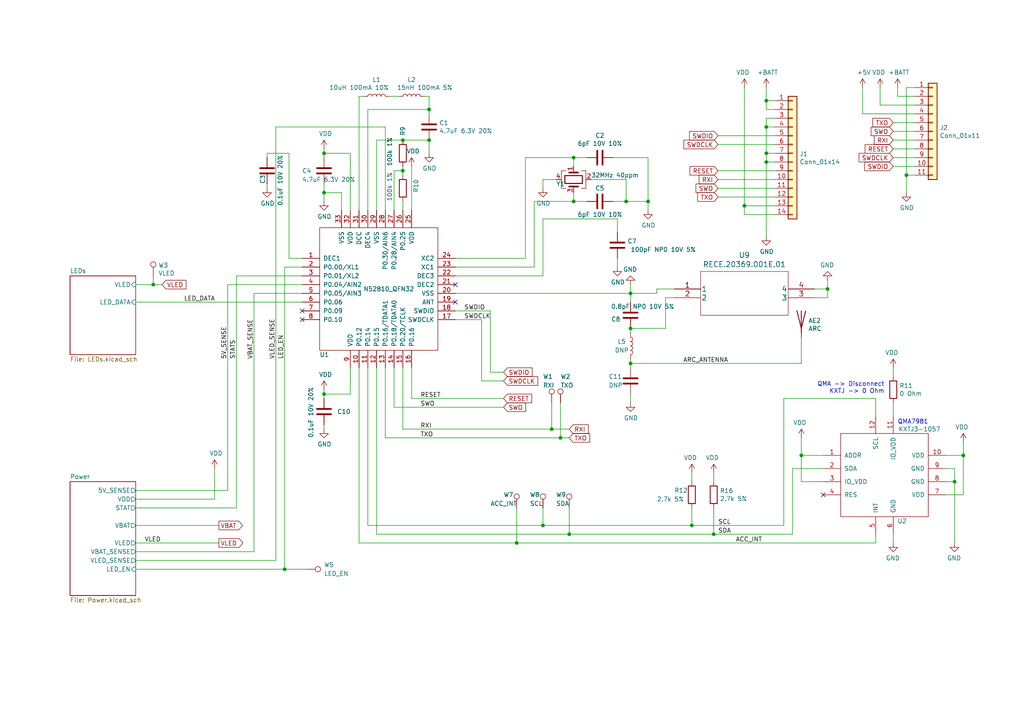
<source format=kicad_sch>
(kicad_sch (version 20211123) (generator eeschema)
  (paper "A4")
  (title_block (title "Pixels D20 Schematic, Main") (date "2021-06-23") (rev "2") (company "Systemic Games, LLC"))
  (lib_symbols
    (symbol "Connector_Generic:Conn_01x11" (pin_names (offset 1.016) hide)
      (property "Reference" "J" (at 0 15.24 0))
      (property "Value" "Conn_01x11" (at 0 -15.24 0))
      (symbol "Conn_01x11_1_1"
        (rectangle (start -1.27 -12.573) (end 0 -12.827) (stroke (width 0.1524)))
        (rectangle (start -1.27 -10.033) (end 0 -10.287) (stroke (width 0.1524)))
        (rectangle (start -1.27 -7.493) (end 0 -7.747) (stroke (width 0.1524)))
        (rectangle (start -1.27 -4.953) (end 0 -5.207) (stroke (width 0.1524)))
        (rectangle (start -1.27 -2.413) (end 0 -2.667) (stroke (width 0.1524)))
        (rectangle (start -1.27 0.127) (end 0 -0.127) (stroke (width 0.1524)))
        (rectangle (start -1.27 2.667) (end 0 2.413) (stroke (width 0.1524)))
        (rectangle (start -1.27 5.207) (end 0 4.953) (stroke (width 0.1524)))
        (rectangle (start -1.27 7.747) (end 0 7.493) (stroke (width 0.1524)))
        (rectangle (start -1.27 10.287) (end 0 10.033) (stroke (width 0.1524)))
        (rectangle (start -1.27 12.827) (end 0 12.573) (stroke (width 0.1524)))
        (rectangle (start -1.27 13.97) (end 1.27 -13.97) (stroke (width 0.254)) (fill (type background)))
        (pin passive line (at -5.08 12.7 0) (length 3.81) (name "Pin_1") (number "1"))
        (pin passive line (at -5.08 -10.16 0) (length 3.81) (name "Pin_10") (number "10"))
        (pin passive line (at -5.08 -12.7 0) (length 3.81) (name "Pin_11") (number "11"))
        (pin passive line (at -5.08 10.16 0) (length 3.81) (name "Pin_2") (number "2"))
        (pin passive line (at -5.08 7.62 0) (length 3.81) (name "Pin_3") (number "3"))
        (pin passive line (at -5.08 5.08 0) (length 3.81) (name "Pin_4") (number "4"))
        (pin passive line (at -5.08 2.54 0) (length 3.81) (name "Pin_5") (number "5"))
        (pin passive line (at -5.08 0 0) (length 3.81) (name "Pin_6") (number "6"))
        (pin passive line (at -5.08 -2.54 0) (length 3.81) (name "Pin_7") (number "7"))
        (pin passive line (at -5.08 -5.08 0) (length 3.81) (name "Pin_8") (number "8"))
        (pin passive line (at -5.08 -7.62 0) (length 3.81) (name "Pin_9") (number "9"))
      )
    )
    (symbol "Connector_Generic:Conn_01x14" (pin_names (offset 1.016) hide)
      (property "Reference" "J" (at 0 17.78 0))
      (property "Value" "Conn_01x14" (at 0 -20.32 0))
      (symbol "Conn_01x14_1_1"
        (rectangle (start -1.27 -17.653) (end 0 -17.907) (stroke (width 0.1524)))
        (rectangle (start -1.27 -15.113) (end 0 -15.367) (stroke (width 0.1524)))
        (rectangle (start -1.27 -12.573) (end 0 -12.827) (stroke (width 0.1524)))
        (rectangle (start -1.27 -10.033) (end 0 -10.287) (stroke (width 0.1524)))
        (rectangle (start -1.27 -7.493) (end 0 -7.747) (stroke (width 0.1524)))
        (rectangle (start -1.27 -4.953) (end 0 -5.207) (stroke (width 0.1524)))
        (rectangle (start -1.27 -2.413) (end 0 -2.667) (stroke (width 0.1524)))
        (rectangle (start -1.27 0.127) (end 0 -0.127) (stroke (width 0.1524)))
        (rectangle (start -1.27 2.667) (end 0 2.413) (stroke (width 0.1524)))
        (rectangle (start -1.27 5.207) (end 0 4.953) (stroke (width 0.1524)))
        (rectangle (start -1.27 7.747) (end 0 7.493) (stroke (width 0.1524)))
        (rectangle (start -1.27 10.287) (end 0 10.033) (stroke (width 0.1524)))
        (rectangle (start -1.27 12.827) (end 0 12.573) (stroke (width 0.1524)))
        (rectangle (start -1.27 15.367) (end 0 15.113) (stroke (width 0.1524)))
        (rectangle (start -1.27 16.51) (end 1.27 -19.05) (stroke (width 0.254)) (fill (type background)))
        (pin passive line (at -5.08 15.24 0) (length 3.81) (name "Pin_1") (number "1"))
        (pin passive line (at -5.08 -7.62 0) (length 3.81) (name "Pin_10") (number "10"))
        (pin passive line (at -5.08 -10.16 0) (length 3.81) (name "Pin_11") (number "11"))
        (pin passive line (at -5.08 -12.7 0) (length 3.81) (name "Pin_12") (number "12"))
        (pin passive line (at -5.08 -15.24 0) (length 3.81) (name "Pin_13") (number "13"))
        (pin passive line (at -5.08 -17.78 0) (length 3.81) (name "Pin_14") (number "14"))
        (pin passive line (at -5.08 12.7 0) (length 3.81) (name "Pin_2") (number "2"))
        (pin passive line (at -5.08 10.16 0) (length 3.81) (name "Pin_3") (number "3"))
        (pin passive line (at -5.08 7.62 0) (length 3.81) (name "Pin_4") (number "4"))
        (pin passive line (at -5.08 5.08 0) (length 3.81) (name "Pin_5") (number "5"))
        (pin passive line (at -5.08 2.54 0) (length 3.81) (name "Pin_6") (number "6"))
        (pin passive line (at -5.08 0 0) (length 3.81) (name "Pin_7") (number "7"))
        (pin passive line (at -5.08 -2.54 0) (length 3.81) (name "Pin_8") (number "8"))
        (pin passive line (at -5.08 -5.08 0) (length 3.81) (name "Pin_9") (number "9"))
      )
    )
    (symbol "Device:Antenna" (pin_numbers hide) (pin_names (offset 1.016) hide)
      (property "Reference" "AE" (at -1.905 1.905 0))
      (property "Value" "Antenna" (at -1.905 0 0))
      (symbol "Antenna_0_1"
        (polyline (pts (xy 0 2.54) (xy 0 -3.81)) (stroke (width 0.254)))
        (polyline (pts (xy 1.27 2.54) (xy 0 -2.54) (xy -1.27 2.54)) (stroke (width 0.254)))
      )
      (symbol "Antenna_1_1"
        (pin input line (at 0 -5.08 90) (length 2.54) (name "A") (number "1"))
      )
    )
    (symbol "Device:C" (pin_numbers hide) (pin_names (offset 0.254))
      (property "Reference" "C" (at 0.635 2.54 0))
      (property "Value" "C" (at 0.635 -2.54 0))
      (symbol "C_0_1"
        (polyline (pts (xy -2.032 -0.762) (xy 2.032 -0.762)) (stroke (width 0.508)))
        (polyline (pts (xy -2.032 0.762) (xy 2.032 0.762)) (stroke (width 0.508)))
      )
      (symbol "C_1_1"
        (pin passive line (at 0 3.81 270) (length 2.794) (name "~") (number "1"))
        (pin passive line (at 0 -3.81 90) (length 2.794) (name "~") (number "2"))
      )
    )
    (symbol "Device:Crystal_GND24" (pin_names (offset 1.016) hide)
      (property "Reference" "Y" (at 3.175 5.08 0))
      (property "Value" "Crystal_GND24" (at 3.175 3.175 0))
      (symbol "Crystal_GND24_0_1"
        (rectangle (start -1.143 2.54) (end 1.143 -2.54) (stroke (width 0.3048)))
        (polyline (pts (xy -2.54 0) (xy -2.032 0)))
        (polyline (pts (xy -2.032 -1.27) (xy -2.032 1.27)) (stroke (width 0.508)))
        (polyline (pts (xy 0 -3.81) (xy 0 -3.556)))
        (polyline (pts (xy 0 3.556) (xy 0 3.81)))
        (polyline (pts (xy 2.032 -1.27) (xy 2.032 1.27)) (stroke (width 0.508)))
        (polyline (pts (xy 2.032 0) (xy 2.54 0)))
        (polyline (pts (xy -2.54 -2.286) (xy -2.54 -3.556) (xy 2.54 -3.556) (xy 2.54 -2.286)))
        (polyline (pts (xy -2.54 2.286) (xy -2.54 3.556) (xy 2.54 3.556) (xy 2.54 2.286)))
      )
      (symbol "Crystal_GND24_1_1"
        (pin passive line (at -3.81 0 0) (length 1.27) (name "1") (number "1"))
        (pin passive line (at 0 5.08 270) (length 1.27) (name "2") (number "2"))
        (pin passive line (at 3.81 0 180) (length 1.27) (name "3") (number "3"))
        (pin passive line (at 0 -5.08 90) (length 1.27) (name "4") (number "4"))
      )
    )
    (symbol "Device:L" (pin_numbers hide) (pin_names (offset 1.016) hide)
      (property "Reference" "L" (at -1.27 0 90))
      (property "Value" "L" (at 1.905 0 90))
      (symbol "L_0_1"
        (arc (start 0 -2.54) (mid 0.635 -1.905) (end 0 -1.27))
        (arc (start 0 -1.27) (mid 0.635 -0.635) (end 0 0))
        (arc (start 0 0) (mid 0.635 0.635) (end 0 1.27))
        (arc (start 0 1.27) (mid 0.635 1.905) (end 0 2.54))
      )
      (symbol "L_1_1"
        (pin passive line (at 0 3.81 270) (length 1.27) (name "1") (number "1"))
        (pin passive line (at 0 -3.81 90) (length 1.27) (name "2") (number "2"))
      )
    )
    (symbol "Device:R" (pin_numbers hide) (pin_names (offset 0))
      (property "Reference" "R" (at 2.032 0 90))
      (property "Value" "R" (at 0 0 90))
      (symbol "R_0_1"
        (rectangle (start -1.016 -2.54) (end 1.016 2.54) (stroke (width 0.254)))
      )
      (symbol "R_1_1"
        (pin passive line (at 0 3.81 270) (length 1.27) (name "~") (number "1"))
        (pin passive line (at 0 -3.81 90) (length 1.27) (name "~") (number "2"))
      )
    )
    (symbol "MFH3.RECE.20369.001E.01:RECE.20369.001E.01" (pin_names (offset 0.254))
      (property "Reference" "U" (at 20.32 10.16 0))
      (property "Value" "MFH3.RECE.20369.001E.01_RECE.20369.001E.01" (at 20.32 7.62 0))
      (symbol "RECE.20369.001E.01_1_1"
        (polyline (pts (xy 7.62 -7.62) (xy 33.02 -7.62)) (stroke (width 0.127)))
        (polyline (pts (xy 7.62 5.08) (xy 7.62 -7.62)) (stroke (width 0.127)))
        (polyline (pts (xy 33.02 -7.62) (xy 33.02 5.08)) (stroke (width 0.127)))
        (polyline (pts (xy 33.02 5.08) (xy 7.62 5.08)) (stroke (width 0.127)))
        (pin unspecified line (at 0 0 0) (length 7.62) (name "1") (number "1"))
        (pin unspecified line (at 0 -2.54 0) (length 7.62) (name "2") (number "2"))
        (pin unspecified line (at 40.64 -2.54 180) (length 7.62) (name "3") (number "3"))
        (pin unspecified line (at 40.64 0 180) (length 7.62) (name "4") (number "4"))
      )
    )
    (symbol "Pixels-dice:KXTJ3-1057" (pin_names (offset 1.016))
      (property "Reference" "U" (at 10.16 -12.7 0))
      (property "Value" "KXTJ3-1057" (at 8.89 13.97 0))
      (symbol "KXTJ3-1057_0_1"
        (rectangle (start -12.7 12.7) (end 12.7 -11.43))
      )
      (symbol "KXTJ3-1057_1_1"
        (pin input line (at -17.78 6.35 0) (length 5.08) (name "ADDR") (number "1"))
        (pin power_in line (at 17.78 6.35 180) (length 5.08) (name "VDD") (number "10"))
        (pin power_in line (at 2.54 17.78 270) (length 5.08) (name "IO_VDD") (number "11"))
        (pin input line (at -2.54 17.78 270) (length 5.08) (name "SCL") (number "12"))
        (pin bidirectional line (at -17.78 2.54 0) (length 5.08) (name "SDA") (number "2"))
        (pin power_in line (at -17.78 -1.27 0) (length 5.08) (name "IO_VDD") (number "3"))
        (pin passive line (at -17.78 -5.08 0) (length 5.08) (name "RES") (number "4"))
        (pin output line (at -2.54 -16.51 90) (length 5.08) (name "INT") (number "5"))
        (pin power_in line (at 2.54 -16.51 90) (length 5.08) (name "GND") (number "6"))
        (pin power_in line (at 17.78 -5.08 180) (length 5.08) (name "VDD") (number "7"))
        (pin power_in line (at 17.78 -1.27 180) (length 5.08) (name "GND") (number "8"))
        (pin power_in line (at 17.78 2.54 180) (length 5.08) (name "GND") (number "9"))
      )
    )
    (symbol "Pixels-dice:N52810_QFN32" (pin_names (offset 1.016))
      (property "Reference" "U" (at 13.97 -19.05 0))
      (property "Value" "N52810_QFN32" (at 2.54 0 0))
      (symbol "N52810_QFN32_0_1"
        (rectangle (start -17.78 17.78) (end 16.51 -17.78))
      )
      (symbol "N52810_QFN32_1_1"
        (pin power_out line (at -22.86 8.89 0) (length 5.08) (name "DEC1") (number "1"))
        (pin bidirectional line (at -6.35 -22.86 90) (length 5.08) (name "P0.12") (number "10"))
        (pin bidirectional line (at -3.81 -22.86 90) (length 5.08) (name "P0.14") (number "11"))
        (pin bidirectional line (at -1.27 -22.86 90) (length 5.08) (name "P0.15") (number "12"))
        (pin bidirectional line (at 1.27 -22.86 90) (length 5.08) (name "P0.16/TDATA1") (number "13"))
        (pin bidirectional line (at 3.81 -22.86 90) (length 5.08) (name "P0.18/TDATA0") (number "14"))
        (pin bidirectional line (at 6.35 -22.86 90) (length 5.08) (name "P0.20/TCLK") (number "15"))
        (pin bidirectional line (at 8.89 -22.86 90) (length 5.08) (name "P0.16") (number "16"))
        (pin bidirectional line (at 21.59 -8.89 180) (length 5.08) (name "SWDCLK") (number "17"))
        (pin bidirectional line (at 21.59 -6.35 180) (length 5.08) (name "SWDIO") (number "18"))
        (pin output line (at 21.59 -3.81 180) (length 5.08) (name "ANT") (number "19"))
        (pin bidirectional line (at -22.86 6.35 0) (length 5.08) (name "P0.00/XL1") (number "2"))
        (pin output line (at 21.59 -1.27 180) (length 5.08) (name "VSS") (number "20"))
        (pin output line (at 21.59 1.27 180) (length 5.08) (name "DEC2") (number "21"))
        (pin output line (at 21.59 3.81 180) (length 5.08) (name "DEC3") (number "22"))
        (pin output line (at 21.59 6.35 180) (length 5.08) (name "XC1") (number "23"))
        (pin input line (at 21.59 8.89 180) (length 5.08) (name "XC2") (number "24"))
        (pin power_in line (at 8.89 22.86 270) (length 5.08) (name "VDD") (number "25"))
        (pin bidirectional line (at 6.35 22.86 270) (length 5.08) (name "P0.25") (number "26"))
        (pin bidirectional line (at 3.81 22.86 270) (length 5.08) (name "P0.28/AIN4") (number "27"))
        (pin bidirectional line (at 1.27 22.86 270) (length 5.08) (name "P0.30/AIN6") (number "28"))
        (pin power_in line (at -1.27 22.86 270) (length 5.08) (name "VSS") (number "29"))
        (pin bidirectional line (at -22.86 3.81 0) (length 5.08) (name "P0.01/XL2") (number "3"))
        (pin output line (at -3.81 22.86 270) (length 5.08) (name "DEC4") (number "30"))
        (pin output line (at -6.35 22.86 270) (length 5.08) (name "DCC") (number "31"))
        (pin power_in line (at -8.89 22.86 270) (length 5.08) (name "VDD") (number "32"))
        (pin power_in line (at -11.43 22.86 270) (length 5.08) (name "VSS") (number "33"))
        (pin bidirectional line (at -22.86 1.27 0) (length 5.08) (name "P0.04/AIN2") (number "4"))
        (pin bidirectional line (at -22.86 -1.27 0) (length 5.08) (name "P0.05/AIN3") (number "5"))
        (pin bidirectional line (at -22.86 -3.81 0) (length 5.08) (name "P0.06") (number "6"))
        (pin bidirectional line (at -22.86 -6.35 0) (length 5.08) (name "P0.09") (number "7"))
        (pin bidirectional line (at -22.86 -8.89 0) (length 5.08) (name "P0.10") (number "8"))
        (pin power_in line (at -8.89 -22.86 90) (length 5.08) (name "VDD") (number "9"))
      )
    )
    (symbol "Pixels-dice:TEST_1P-conn" (pin_numbers hide) (pin_names (offset 0.762) hide)
      (property "Reference" "W" (at 0 6.858 0))
      (property "Value" "TEST_1P-conn" (at 0 5.08 0))
      (symbol "TEST_1P-conn_0_1"
        (circle (center 0 3.302) (radius 0.762))
      )
      (symbol "TEST_1P-conn_1_1"
        (pin passive line (at 0 0 90) (length 2.54) (name "1") (number "1"))
      )
    )
    (symbol "power:+5V" (power) (pin_names (offset 0))
      (property "Value" "+5V" (at 0 3.556 0))
      (symbol "+5V_0_1"
        (polyline (pts (xy -0.762 1.27) (xy 0 2.54)))
        (polyline (pts (xy 0 0) (xy 0 2.54)))
        (polyline (pts (xy 0 2.54) (xy 0.762 1.27)))
      )
      (symbol "+5V_1_1"
        (pin power_in line (at 0 0 90) (length 0) hide (name "+5V") (number "1"))
      )
    )
    (symbol "power:+BATT" (power) (pin_names (offset 0))
      (property "Value" "+BATT" (at 0 3.556 0))
      (symbol "+BATT_0_1"
        (polyline (pts (xy -0.762 1.27) (xy 0 2.54)))
        (polyline (pts (xy 0 0) (xy 0 2.54)))
        (polyline (pts (xy 0 2.54) (xy 0.762 1.27)))
      )
      (symbol "+BATT_1_1"
        (pin power_in line (at 0 0 90) (length 0) hide (name "+BATT") (number "1"))
      )
    )
    (symbol "power:GND" (power) (pin_names (offset 0))
      (property "Value" "GND" (at 0 -3.81 0))
      (symbol "GND_0_1"
        (polyline (pts (xy 0 0) (xy 0 -1.27) (xy 1.27 -1.27) (xy 0 -2.54) (xy -1.27 -1.27) (xy 0 -1.27)))
      )
      (symbol "GND_1_1"
        (pin power_in line (at 0 0 270) (length 0) hide (name "GND") (number "1"))
      )
    )
    (symbol "power:VDD" (power) (pin_names (offset 0))
      (property "Value" "VDD" (at 0 3.81 0))
      (symbol "VDD_0_1"
        (polyline (pts (xy -0.762 1.27) (xy 0 2.54)))
        (polyline (pts (xy 0 0) (xy 0 2.54)))
        (polyline (pts (xy 0 2.54) (xy 0.762 1.27)))
      )
      (symbol "VDD_1_1"
        (pin power_in line (at 0 0 90) (length 0) hide (name "VDD") (number "1"))
      )
    )
  )
  (junction (at 279.4 132.08))
  (junction (at 181.61 58.42))
  (junction (at 276.86 139.7))
  (junction (at 93.98 55.88))
  (junction (at 93.98 44.45))
  (junction (at 124.46 40.64))
  (junction (at 116.84 49.53))
  (junction (at 262.89 50.8))
  (junction (at 166.37 58.42))
  (junction (at 149.86 157.48))
  (junction (at 165.1 154.94))
  (junction (at 207.01 154.94))
  (junction (at 222.25 36.83))
  (junction (at 93.98 114.3))
  (junction (at 44.45 82.55))
  (junction (at 124.46 31.75))
  (junction (at 182.88 85.09))
  (junction (at 182.88 105.41))
  (junction (at 240.03 83.82))
  (junction (at 82.55 165.1))
  (junction (at 222.25 44.45))
  (junction (at 116.84 40.64))
  (junction (at 222.25 29.21))
  (junction (at 187.96 58.42))
  (junction (at 182.88 95.25))
  (junction (at 222.25 46.99))
  (junction (at 162.56 127))
  (junction (at 232.41 132.08))
  (junction (at 215.9 59.69))
  (junction (at 157.48 152.4))
  (junction (at 160.02 124.46))
  (junction (at 200.66 152.4))
  (junction (at 166.37 45.72))
  (no_connect (at 87.63 92.71))
  (no_connect (at 132.08 82.55))
  (no_connect (at 87.63 90.17))
  (no_connect (at 238.76 143.51))
  (no_connect (at 132.08 87.63))
  (wire (pts (xy 99.06 55.88) (xy 93.98 55.88)))
  (wire (pts (xy 99.06 60.96) (xy 99.06 55.88)))
  (wire (pts (xy 222.25 34.29) (xy 222.25 36.83)))
  (wire (pts (xy 207.01 137.16) (xy 207.01 139.7)))
  (wire (pts (xy 149.86 147.32) (xy 149.86 157.48)))
  (wire (pts (xy 109.22 40.64) (xy 109.22 60.96)))
  (wire (pts (xy 181.61 52.07) (xy 181.61 58.42)))
  (wire (pts (xy 250.19 25.4) (xy 250.19 33.02)))
  (wire (pts (xy 240.03 83.82) (xy 240.03 81.28)))
  (wire (pts (xy 68.58 80.01) (xy 68.58 147.32)))
  (wire (pts (xy 154.94 77.47) (xy 154.94 58.42)))
  (wire (pts (xy 93.98 44.45) (xy 93.98 45.72)))
  (wire (pts (xy 232.41 139.7) (xy 232.41 132.08)))
  (wire (pts (xy 279.4 143.51) (xy 274.32 143.51)))
  (wire (pts (xy 101.6 44.45) (xy 93.98 44.45)))
  (wire (pts (xy 177.8 58.42) (xy 181.61 58.42)))
  (wire (pts (xy 157.48 80.01) (xy 132.08 80.01)))
  (wire (pts (xy 139.7 110.49) (xy 146.05 110.49)))
  (wire (pts (xy 132.08 74.93) (xy 152.4 74.93)))
  (wire (pts (xy 193.04 95.25) (xy 182.88 95.25)))
  (wire (pts (xy 238.76 135.89) (xy 229.87 135.89)))
  (wire (pts (xy 44.45 80.01) (xy 44.45 82.55)))
  (wire (pts (xy 207.01 147.32) (xy 207.01 154.94)))
  (wire (pts (xy 259.08 106.68) (xy 259.08 109.22)))
  (wire (pts (xy 187.96 45.72) (xy 187.96 58.42)))
  (wire (pts (xy 224.79 46.99) (xy 222.25 46.99)))
  (wire (pts (xy 160.02 124.46) (xy 165.1 124.46)))
  (wire (pts (xy 166.37 45.72) (xy 170.18 45.72)))
  (wire (pts (xy 259.08 154.94) (xy 259.08 157.48)))
  (wire (pts (xy 39.37 147.32) (xy 68.58 147.32)))
  (wire (pts (xy 255.27 30.48) (xy 265.43 30.48)))
  (wire (pts (xy 208.28 41.91) (xy 224.79 41.91)))
  (wire (pts (xy 39.37 157.48) (xy 63.5 157.48)))
  (wire (pts (xy 215.9 59.69) (xy 215.9 62.23)))
  (wire (pts (xy 116.84 124.46) (xy 116.84 106.68)))
  (wire (pts (xy 162.56 127) (xy 165.1 127)))
  (wire (pts (xy 260.35 25.4) (xy 260.35 27.94)))
  (wire (pts (xy 80.01 36.83) (xy 111.76 36.83)))
  (wire (pts (xy 111.76 36.83) (xy 111.76 60.96)))
  (wire (pts (xy 262.89 25.4) (xy 262.89 50.8)))
  (wire (pts (xy 124.46 40.64) (xy 124.46 44.45)))
  (wire (pts (xy 39.37 142.24) (xy 66.04 142.24)))
  (wire (pts (xy 93.98 114.3) (xy 93.98 115.57)))
  (wire (pts (xy 132.08 85.09) (xy 182.88 85.09)))
  (wire (pts (xy 259.08 40.64) (xy 265.43 40.64)))
  (wire (pts (xy 149.86 157.48) (xy 254 157.48)))
  (wire (pts (xy 66.04 82.55) (xy 66.04 142.24)))
  (wire (pts (xy 224.79 59.69) (xy 215.9 59.69)))
  (wire (pts (xy 274.32 139.7) (xy 276.86 139.7)))
  (wire (pts (xy 152.4 74.93) (xy 152.4 45.72)))
  (wire (pts (xy 232.41 105.41) (xy 232.41 97.79)))
  (wire (pts (xy 106.68 106.68) (xy 106.68 152.4)))
  (wire (pts (xy 182.88 104.14) (xy 182.88 105.41)))
  (wire (pts (xy 132.08 90.17) (xy 142.24 90.17)))
  (wire (pts (xy 114.3 106.68) (xy 114.3 118.11)))
  (wire (pts (xy 101.6 60.96) (xy 101.6 44.45)))
  (wire (pts (xy 254 120.65) (xy 254 115.57)))
  (wire (pts (xy 44.45 82.55) (xy 46.99 82.55)))
  (wire (pts (xy 222.25 31.75) (xy 224.79 31.75)))
  (wire (pts (xy 93.98 114.3) (xy 93.98 113.03)))
  (wire (pts (xy 142.24 107.95) (xy 146.05 107.95)))
  (wire (pts (xy 222.25 29.21) (xy 222.25 31.75)))
  (wire (pts (xy 161.29 52.07) (xy 157.48 52.07)))
  (wire (pts (xy 160.02 116.84) (xy 160.02 124.46)))
  (wire (pts (xy 190.5 83.82) (xy 190.5 85.09)))
  (wire (pts (xy 259.08 45.72) (xy 265.43 45.72)))
  (wire (pts (xy 222.25 44.45) (xy 222.25 46.99)))
  (wire (pts (xy 124.46 31.75) (xy 124.46 33.02)))
  (wire (pts (xy 62.23 144.78) (xy 62.23 135.89)))
  (wire (pts (xy 104.14 60.96) (xy 104.14 27.94)))
  (wire (pts (xy 114.3 60.96) (xy 114.3 49.53)))
  (wire (pts (xy 39.37 87.63) (xy 87.63 87.63)))
  (wire (pts (xy 123.19 27.94) (xy 124.46 27.94)))
  (wire (pts (xy 124.46 31.75) (xy 106.68 31.75)))
  (wire (pts (xy 165.1 154.94) (xy 207.01 154.94)))
  (wire (pts (xy 208.28 49.53) (xy 224.79 49.53)))
  (wire (pts (xy 232.41 132.08) (xy 238.76 132.08)))
  (wire (pts (xy 177.8 45.72) (xy 187.96 45.72)))
  (wire (pts (xy 222.25 36.83) (xy 222.25 44.45)))
  (wire (pts (xy 39.37 82.55) (xy 44.45 82.55)))
  (wire (pts (xy 274.32 135.89) (xy 276.86 135.89)))
  (wire (pts (xy 279.4 132.08) (xy 279.4 143.51)))
  (wire (pts (xy 114.3 49.53) (xy 116.84 49.53)))
  (wire (pts (xy 154.94 58.42) (xy 166.37 58.42)))
  (wire (pts (xy 232.41 132.08) (xy 232.41 127)))
  (wire (pts (xy 101.6 114.3) (xy 93.98 114.3)))
  (wire (pts (xy 111.76 127) (xy 162.56 127)))
  (wire (pts (xy 236.22 83.82) (xy 240.03 83.82)))
  (wire (pts (xy 227.33 115.57) (xy 227.33 152.4)))
  (wire (pts (xy 276.86 139.7) (xy 276.86 157.48)))
  (wire (pts (xy 82.55 77.47) (xy 82.55 165.1)))
  (wire (pts (xy 200.66 137.16) (xy 200.66 139.7)))
  (wire (pts (xy 88.9 165.1) (xy 82.55 165.1)))
  (wire (pts (xy 222.25 34.29) (xy 224.79 34.29)))
  (wire (pts (xy 236.22 86.36) (xy 240.03 86.36)))
  (wire (pts (xy 166.37 58.42) (xy 170.18 58.42)))
  (wire (pts (xy 215.9 62.23) (xy 224.79 62.23)))
  (wire (pts (xy 222.25 46.99) (xy 222.25 68.58)))
  (wire (pts (xy 182.88 82.55) (xy 182.88 85.09)))
  (wire (pts (xy 116.84 124.46) (xy 160.02 124.46)))
  (wire (pts (xy 179.07 63.5) (xy 179.07 67.31)))
  (wire (pts (xy 262.89 55.88) (xy 262.89 50.8)))
  (wire (pts (xy 259.08 48.26) (xy 265.43 48.26)))
  (wire (pts (xy 119.38 106.68) (xy 119.38 115.57)))
  (wire (pts (xy 190.5 83.82) (xy 195.58 83.82)))
  (wire (pts (xy 208.28 57.15) (xy 224.79 57.15)))
  (wire (pts (xy 157.48 152.4) (xy 200.66 152.4)))
  (wire (pts (xy 152.4 45.72) (xy 166.37 45.72)))
  (wire (pts (xy 240.03 86.36) (xy 240.03 83.82)))
  (wire (pts (xy 39.37 144.78) (xy 62.23 144.78)))
  (wire (pts (xy 259.08 38.1) (xy 265.43 38.1)))
  (wire (pts (xy 39.37 160.02) (xy 73.66 160.02)))
  (wire (pts (xy 124.46 27.94) (xy 124.46 31.75)))
  (wire (pts (xy 82.55 77.47) (xy 87.63 77.47)))
  (wire (pts (xy 200.66 152.4) (xy 227.33 152.4)))
  (wire (pts (xy 109.22 154.94) (xy 165.1 154.94)))
  (wire (pts (xy 119.38 48.26) (xy 119.38 60.96)))
  (wire (pts (xy 82.55 165.1) (xy 39.37 165.1)))
  (wire (pts (xy 208.28 54.61) (xy 224.79 54.61)))
  (wire (pts (xy 87.63 82.55) (xy 66.04 82.55)))
  (wire (pts (xy 116.84 58.42) (xy 116.84 60.96)))
  (wire (pts (xy 182.88 105.41) (xy 182.88 106.68)))
  (wire (pts (xy 116.84 40.64) (xy 124.46 40.64)))
  (wire (pts (xy 104.14 27.94) (xy 105.41 27.94)))
  (wire (pts (xy 250.19 33.02) (xy 265.43 33.02)))
  (wire (pts (xy 260.35 27.94) (xy 265.43 27.94)))
  (wire (pts (xy 87.63 80.01) (xy 68.58 80.01)))
  (wire (pts (xy 104.14 157.48) (xy 149.86 157.48)))
  (wire (pts (xy 139.7 92.71) (xy 139.7 110.49)))
  (wire (pts (xy 195.58 86.36) (xy 193.04 86.36)))
  (wire (pts (xy 193.04 86.36) (xy 193.04 95.25)))
  (wire (pts (xy 39.37 162.56) (xy 80.01 162.56)))
  (wire (pts (xy 171.45 52.07) (xy 181.61 52.07)))
  (wire (pts (xy 93.98 44.45) (xy 93.98 43.18)))
  (wire (pts (xy 93.98 55.88) (xy 93.98 58.42)))
  (wire (pts (xy 132.08 92.71) (xy 139.7 92.71)))
  (wire (pts (xy 165.1 147.32) (xy 165.1 154.94)))
  (wire (pts (xy 229.87 135.89) (xy 229.87 154.94)))
  (wire (pts (xy 224.79 44.45) (xy 222.25 44.45)))
  (wire (pts (xy 77.47 53.34) (xy 77.47 54.61)))
  (wire (pts (xy 146.05 115.57) (xy 119.38 115.57)))
  (wire (pts (xy 265.43 25.4) (xy 262.89 25.4)))
  (wire (pts (xy 116.84 49.53) (xy 116.84 50.8)))
  (wire (pts (xy 222.25 25.4) (xy 222.25 29.21)))
  (wire (pts (xy 162.56 116.84) (xy 162.56 127)))
  (wire (pts (xy 157.48 147.32) (xy 157.48 152.4)))
  (wire (pts (xy 83.82 44.45) (xy 77.47 44.45)))
  (wire (pts (xy 182.88 95.25) (xy 182.88 96.52)))
  (wire (pts (xy 182.88 105.41) (xy 232.41 105.41)))
  (wire (pts (xy 142.24 90.17) (xy 142.24 107.95)))
  (wire (pts (xy 109.22 40.64) (xy 116.84 40.64)))
  (wire (pts (xy 279.4 128.27) (xy 279.4 132.08)))
  (wire (pts (xy 87.63 74.93) (xy 83.82 74.93)))
  (wire (pts (xy 93.98 53.34) (xy 93.98 55.88)))
  (wire (pts (xy 157.48 63.5) (xy 157.48 80.01)))
  (wire (pts (xy 254 154.94) (xy 254 157.48)))
  (wire (pts (xy 106.68 31.75) (xy 106.68 60.96)))
  (wire (pts (xy 73.66 85.09) (xy 73.66 160.02)))
  (wire (pts (xy 181.61 58.42) (xy 187.96 58.42)))
  (wire (pts (xy 83.82 74.93) (xy 83.82 44.45)))
  (wire (pts (xy 259.08 43.18) (xy 265.43 43.18)))
  (wire (pts (xy 207.01 154.94) (xy 229.87 154.94)))
  (wire (pts (xy 255.27 25.4) (xy 255.27 30.48)))
  (wire (pts (xy 116.84 48.26) (xy 116.84 49.53)))
  (wire (pts (xy 259.08 35.56) (xy 265.43 35.56)))
  (wire (pts (xy 80.01 36.83) (xy 80.01 162.56)))
  (wire (pts (xy 39.37 152.4) (xy 63.5 152.4)))
  (wire (pts (xy 182.88 85.09) (xy 182.88 87.63)))
  (wire (pts (xy 104.14 106.68) (xy 104.14 157.48)))
  (wire (pts (xy 179.07 74.93) (xy 179.07 77.47)))
  (wire (pts (xy 157.48 52.07) (xy 157.48 54.61)))
  (wire (pts (xy 113.03 27.94) (xy 115.57 27.94)))
  (wire (pts (xy 187.96 58.42) (xy 187.96 60.96)))
  (wire (pts (xy 166.37 55.88) (xy 166.37 58.42)))
  (wire (pts (xy 208.28 39.37) (xy 224.79 39.37)))
  (wire (pts (xy 166.37 48.26) (xy 166.37 45.72)))
  (wire (pts (xy 279.4 132.08) (xy 274.32 132.08)))
  (wire (pts (xy 254 115.57) (xy 227.33 115.57)))
  (wire (pts (xy 179.07 63.5) (xy 157.48 63.5)))
  (wire (pts (xy 238.76 139.7) (xy 232.41 139.7)))
  (wire (pts (xy 146.05 118.11) (xy 114.3 118.11)))
  (wire (pts (xy 262.89 50.8) (xy 265.43 50.8)))
  (wire (pts (xy 77.47 44.45) (xy 77.47 45.72)))
  (wire (pts (xy 224.79 36.83) (xy 222.25 36.83)))
  (wire (pts (xy 111.76 127) (xy 111.76 106.68)))
  (wire (pts (xy 109.22 106.68) (xy 109.22 154.94)))
  (wire (pts (xy 215.9 25.4) (xy 215.9 59.69)))
  (wire (pts (xy 276.86 135.89) (xy 276.86 139.7)))
  (wire (pts (xy 259.08 116.84) (xy 259.08 120.65)))
  (wire (pts (xy 182.88 114.3) (xy 182.88 116.84)))
  (wire (pts (xy 222.25 29.21) (xy 224.79 29.21)))
  (wire (pts (xy 132.08 77.47) (xy 154.94 77.47)))
  (wire (pts (xy 200.66 147.32) (xy 200.66 152.4)))
  (wire (pts (xy 101.6 106.68) (xy 101.6 114.3)))
  (wire (pts (xy 87.63 85.09) (xy 73.66 85.09)))
  (wire (pts (xy 208.28 52.07) (xy 224.79 52.07)))
  (wire (pts (xy 190.5 85.09) (xy 182.88 85.09)))
  (wire (pts (xy 106.68 152.4) (xy 157.48 152.4)))
  (wire (pts (xy 93.98 123.19) (xy 93.98 124.46)))
  (text "QMA7981" (at 260.35 123.19 0) (effects (font (size 1.27 1.27)) (justify left bottom)))
  (text "QMA -> Disconnect\nKXTJ -> 0 Ohm" (at 256.54 114.3 180) (effects (font (size 1.27 1.27)) (justify right bottom)))
  (label "VLED_SENSE" (at 80.01 104.14 90))
  (label "TXO" (at 121.92 127 0))
  (label "ACC_INT" (at 213.36 157.48 0))
  (label "SWDCLK" (at 134.62 92.71 0))
  (label "VBAT_SENSE" (at 73.66 104.14 90))
  (label "5V_SENSE" (at 66.04 104.14 90))
  (label "SDA" (at 208.28 154.94 0))
  (label "LED_EN" (at 82.55 104.14 90))
  (label "ARC_ANTENNA" (at 198.12 105.41 0))
  (label "RXI" (at 121.92 124.46 0))
  (label "SWDIO" (at 134.62 90.17 0))
  (label "SWO" (at 121.92 118.11 0))
  (label "LED_DATA" (at 53.34 87.63 0))
  (label "RESET" (at 121.92 115.57 0))
  (label "SCL" (at 208.28 152.4 0))
  (label "VLED" (at 41.91 157.48 0))
  (label "STATS" (at 68.58 104.14 90))
  (global_label "TXO" (shape input) (at 165.1 127 0) (property "Intersheet References" "${INTERSHEET_REFS}" (effects hide)))
  (global_label "RXI" (shape input) (at 259.08 40.64 180) (property "Intersheet References" "${INTERSHEET_REFS}" (effects hide)))
  (global_label "VBAT" (shape output) (at 63.5 152.4 0) (property "Intersheet References" "${INTERSHEET_REFS}" (effects hide)))
  (global_label "VLED" (shape input) (at 46.99 82.55 0) (property "Intersheet References" "${INTERSHEET_REFS}" (effects hide)))
  (global_label "VLED" (shape output) (at 63.5 157.48 0) (property "Intersheet References" "${INTERSHEET_REFS}" (effects hide)))
  (global_label "RESET" (shape input) (at 259.08 43.18 180) (property "Intersheet References" "${INTERSHEET_REFS}" (effects hide)))
  (global_label "RESET" (shape input) (at 208.28 49.53 180) (property "Intersheet References" "${INTERSHEET_REFS}" (effects hide)))
  (global_label "SWDIO" (shape input) (at 146.05 107.95 0) (property "Intersheet References" "${INTERSHEET_REFS}" (effects hide)))
  (global_label "RXI" (shape input) (at 208.28 52.07 180) (property "Intersheet References" "${INTERSHEET_REFS}" (effects hide)))
  (global_label "SWDCLK" (shape input) (at 259.08 45.72 180) (property "Intersheet References" "${INTERSHEET_REFS}" (effects hide)))
  (global_label "TXO" (shape input) (at 259.08 35.56 180) (property "Intersheet References" "${INTERSHEET_REFS}" (effects hide)))
  (global_label "SWO" (shape input) (at 146.05 118.11 0) (property "Intersheet References" "${INTERSHEET_REFS}" (effects hide)))
  (global_label "SWDCLK" (shape input) (at 146.05 110.49 0) (property "Intersheet References" "${INTERSHEET_REFS}" (effects hide)))
  (global_label "TXO" (shape input) (at 208.28 57.15 180) (property "Intersheet References" "${INTERSHEET_REFS}" (effects hide)))
  (global_label "RESET" (shape input) (at 146.05 115.57 0) (property "Intersheet References" "${INTERSHEET_REFS}" (effects hide)))
  (global_label "SWDIO" (shape input) (at 259.08 48.26 180) (property "Intersheet References" "${INTERSHEET_REFS}" (effects hide)))
  (global_label "SWO" (shape input) (at 208.28 54.61 180) (property "Intersheet References" "${INTERSHEET_REFS}" (effects hide)))
  (global_label "RXI" (shape input) (at 165.1 124.46 0) (property "Intersheet References" "${INTERSHEET_REFS}" (effects hide)))
  (global_label "SWDCLK" (shape input) (at 208.28 41.91 180) (property "Intersheet References" "${INTERSHEET_REFS}" (effects hide)))
  (global_label "SWO" (shape input) (at 259.08 38.1 180) (property "Intersheet References" "${INTERSHEET_REFS}" (effects hide)))
  (global_label "SWDIO" (shape input) (at 208.28 39.37 180) (property "Intersheet References" "${INTERSHEET_REFS}" (effects hide)))
  (symbol (lib_id "power:GND") (at 93.98 124.46 0) (unit 1)
    (property "Reference" "#PWR016" (effects hide))
    (property "Value" "GND" (at 94.107 128.8542 0))
  )
  (symbol (lib_id "power:VDD") (at 93.98 113.03 0) (unit 1)
    (property "Reference" "#PWR014" (effects hide))
    (property "Value" "VDD" (at 94.4118 108.6358 0))
  )
  (symbol (lib_id "Device:C") (at 93.98 119.38 0) (unit 1)
    (property "Reference" "C10" (at 97.79 119.38 0) (effects (justify left)))
    (property "Value" "0.1uF 10V 20%" (at 90.17 127 90) (effects (justify left)))
    (property "Footprint" "Capacitor_SMD:C_0402_1005Metric" (effects hide))
    (property "Generic OK" "YES" (effects hide))
    (property "Pixels Part Number" "SMD-C005" (effects hide))
    (property "Manufacturer" "Murata" (effects hide))
    (property "Manufacturer Part Number" "GRM155R61H104KE19D" (effects hide))
  )
  (symbol (lib_id "power:GND") (at 93.98 58.42 0) (unit 1)
    (property "Reference" "#PWR08" (effects hide))
    (property "Value" "GND" (at 94.107 62.8142 0))
  )
  (symbol (lib_id "power:VDD") (at 93.98 43.18 0) (unit 1)
    (property "Reference" "#PWR01" (effects hide))
    (property "Value" "VDD" (at 94.4118 38.7858 0))
  )
  (symbol (lib_id "Device:C") (at 93.98 49.53 0) (unit 1)
    (property "Reference" "C4" (at 87.63 49.53 0) (effects (justify left)))
    (property "Value" "4.7uF 6.3V 20%" (at 87.63 52.07 0) (effects (justify left)))
    (property "Footprint" "Capacitor_SMD:C_0402_1005Metric" (effects hide))
    (property "Generic OK" "YES" (effects hide))
    (property "Pixels Part Number" "SMD-C002" (effects hide))
    (property "Manufacturer" "Murata" (effects hide))
    (property "Manufacturer Part Number" "GRM155R60J475ME87D" (effects hide))
  )
  (symbol (lib_id "power:GND") (at 77.47 54.61 0) (unit 1)
    (property "Reference" "#PWR05" (effects hide))
    (property "Value" "GND" (at 77.597 59.0042 0))
  )
  (symbol (lib_id "Device:C") (at 77.47 49.53 0) (unit 1)
    (property "Reference" "C3" (at 76.2 53.34 90) (effects (justify left)))
    (property "Value" "0.1uF 10V 20%" (at 81.28 59.69 90) (effects (justify left)))
    (property "Footprint" "Capacitor_SMD:C_0402_1005Metric" (effects hide))
    (property "Generic OK" "YES" (effects hide))
    (property "Pixels Part Number" "SMD-C005" (effects hide))
    (property "Manufacturer" "Murata" (effects hide))
    (property "Manufacturer Part Number" "GRM155R61H104KE19D" (effects hide))
  )
  (symbol (lib_id "Device:L") (at 109.22 27.94 90) (unit 1)
    (property "Reference" "L1" (at 109.22 23.114 90))
    (property "Value" "10uH 100mA 10%" (at 104.14 25.4 90))
    (property "Footprint" "Inductor_SMD:L_0805_2012Metric" (effects hide))
    (property "Generic OK" "YES" (effects hide))
    (property "Pixels Part Number" "SMD-L001" (effects hide))
    (property "Manufacturer" "Taiyo Yuden" (effects hide))
    (property "Manufacturer Part Number" "LBR2012T100K" (effects hide))
  )
  (symbol (lib_id "Device:L") (at 119.38 27.94 90) (unit 1)
    (property "Reference" "L2" (at 119.38 23.114 90))
    (property "Value" "15nH 100mA 5%" (at 123.19 25.4 90))
    (property "Footprint" "Inductor_SMD:L_0402_1005Metric" (effects hide))
    (property "Generic OK" "YES" (effects hide))
    (property "Pixels Part Number" "SMD-L002" (effects hide))
    (property "Manufacturer" "Taiyo Yuden" (effects hide))
    (property "Manufacturer Part Number" "HK100515NJ-T" (effects hide))
  )
  (symbol (lib_id "Device:C") (at 124.46 36.83 0) (unit 1)
    (property "Reference" "C1" (at 127.381 35.6616 0) (effects (justify left)))
    (property "Value" "4.7uF 6.3V 20%" (at 127.381 37.973 0) (effects (justify left)))
    (property "Footprint" "Capacitor_SMD:C_0402_1005Metric" (effects hide))
    (property "Generic OK" "YES" (effects hide))
    (property "Pixels Part Number" "SMD-C002" (effects hide))
    (property "Manufacturer" "Murata" (effects hide))
    (property "Manufacturer Part Number" "GRM155R60J475ME87D" (effects hide))
  )
  (symbol (lib_id "power:GND") (at 124.46 44.45 0) (unit 1)
    (property "Reference" "#PWR03" (effects hide))
    (property "Value" "GND" (at 124.587 48.8442 0))
  )
  (symbol (lib_id "Device:Crystal_GND24") (at 166.37 52.07 270) (unit 1)
    (property "Reference" "Y1" (at 161.29 53.34 90) (effects (justify left)))
    (property "Value" "32MHz 40ppm" (at 171.45 50.8 90) (effects (justify left)))
    (property "Footprint" "Pixels-dice:Crystal_SMD_2016-4Pin_2.0x1.6mm" (effects hide))
    (property "Generic OK" "YES" (effects hide))
    (property "Manufacturer" "Murata" (effects hide))
    (property "Manufacturer Part Number" "XRCGB32M000F2P00R0" (effects hide))
    (property "Pixels Part Number" "SMD-Y001" (effects hide))
  )
  (symbol (lib_id "Device:C") (at 173.99 45.72 270) (unit 1)
    (property "Reference" "C2" (at 173.99 39.3192 90))
    (property "Value" "6pF 10V 10%" (at 173.99 41.6306 90))
    (property "Footprint" "Capacitor_SMD:C_0402_1005Metric" (effects hide))
    (property "Generic OK" "YES" (effects hide))
    (property "Pixels Part Number" "SMD-C001" (effects hide))
    (property "Manufacturer" "Murata" (effects hide))
    (property "Manufacturer Part Number" "GCM1555C1H6R0DA16D" (effects hide))
  )
  (symbol (lib_id "Device:C") (at 173.99 58.42 270) (unit 1)
    (property "Reference" "C5" (at 173.99 54.61 90))
    (property "Value" "6pF 10V 10%" (at 173.99 62.23 90))
    (property "Footprint" "Capacitor_SMD:C_0402_1005Metric" (effects hide))
    (property "Generic OK" "YES" (effects hide))
    (property "Pixels Part Number" "SMD-C001" (effects hide))
    (property "Manufacturer" "Murata" (effects hide))
    (property "Manufacturer Part Number" "GCM1555C1H6R0DA16D" (effects hide))
  )
  (symbol (lib_id "power:GND") (at 187.96 60.96 0) (unit 1)
    (property "Reference" "#PWR09" (effects hide))
    (property "Value" "GND" (at 188.087 65.3542 0))
  )
  (symbol (lib_id "power:GND") (at 179.07 77.47 0) (unit 1)
    (property "Reference" "#PWR011" (effects hide))
    (property "Value" "GND" (at 179.197 81.8642 0))
  )
  (symbol (lib_id "Device:C") (at 179.07 71.12 0) (unit 1)
    (property "Reference" "C7" (at 181.991 69.9516 0) (effects (justify left)))
    (property "Value" "100pF NP0 10V 5%" (at 182.88 72.39 0) (effects (justify left)))
    (property "Footprint" "Capacitor_SMD:C_0402_1005Metric" (effects hide))
    (property "Generic OK" "YES" (effects hide))
    (property "Pixels Part Number" "SMD-C003" (effects hide))
    (property "Manufacturer" "Kemet" (effects hide))
    (property "Manufacturer Part Number" "C0402C101J5GAC7411" (effects hide))
  )
  (symbol (lib_id "Device:C") (at 182.88 91.44 180) (unit 1)
    (property "Reference" "C8" (at 179.959 92.6084 0) (effects (justify left)))
    (property "Value" "0.8pF NP0 10V 5%" (at 195.58 88.9 0) (effects (justify left)))
    (property "Footprint" "Capacitor_SMD:C_0402_1005Metric" (effects hide))
    (property "Generic OK" "YES" (effects hide))
    (property "Pixels Part Number" "SMD-C004" (effects hide))
    (property "Manufacturer" "Murata" (effects hide))
    (property "Manufacturer Part Number" "GJM1555C1HR80DB01J" (effects hide))
  )
  (symbol (lib_id "power:GND") (at 182.88 82.55 180) (unit 1)
    (property "Reference" "#PWR012" (effects hide))
    (property "Value" "GND" (at 182.753 78.1558 0))
  )
  (symbol (lib_id "power:GND") (at 157.48 54.61 0) (unit 1)
    (property "Reference" "#PWR06" (effects hide))
    (property "Value" "GND" (at 157.607 59.0042 0))
  )
  (symbol (lib_id "power:VDD") (at 62.23 135.89 0) (unit 1)
    (property "Reference" "#PWR021" (effects hide))
    (property "Value" "VDD" (at 62.6618 131.4958 0))
  )
  (symbol (lib_id "Pixels-dice:TEST_1P-conn") (at 44.45 80.01 0) (unit 1)
    (property "Reference" "W3" (at 45.9232 76.962 0) (effects (justify left)))
    (property "Value" "VLED" (at 45.9232 79.2734 0) (effects (justify left)))
    (property "Footprint" "Pixels-dice:TEST_PIN" (effects hide))
  )
  (symbol (lib_id "Pixels-dice:TEST_1P-conn") (at 160.02 116.84 0) (unit 1)
    (property "Reference" "W1" (at 157.48 109.22 0) (effects (justify left)))
    (property "Value" "RXI" (at 157.48 111.76 0) (effects (justify left)))
    (property "Footprint" "Pixels-dice:TEST_PIN" (effects hide))
  )
  (symbol (lib_id "Pixels-dice:TEST_1P-conn") (at 162.56 116.84 0) (unit 1)
    (property "Reference" "W2" (at 162.56 109.22 0) (effects (justify left)))
    (property "Value" "TXO" (at 162.56 111.76 0) (effects (justify left)))
    (property "Footprint" "Pixels-dice:TEST_PIN" (effects hide))
  )
  (symbol (lib_id "Pixels-dice:TEST_1P-conn") (at 88.9 165.1 270) (unit 1)
    (property "Reference" "W5" (at 93.98 163.83 90) (effects (justify left)))
    (property "Value" "LED_EN" (at 93.98 166.37 90) (effects (justify left)))
    (property "Footprint" "Pixels-dice:TEST_PIN" (effects hide))
  )
  (symbol (lib_id "Pixels-dice:TEST_1P-conn") (at 149.86 147.32 0) (unit 1)
    (property "Reference" "W7" (at 146.05 143.51 0) (effects (justify left)))
    (property "Value" "ACC_INT" (at 142.24 146.05 0) (effects (justify left)))
    (property "Footprint" "Pixels-dice:TEST_PIN" (effects hide))
  )
  (symbol (lib_id "Pixels-dice:TEST_1P-conn") (at 157.48 147.32 0) (unit 1)
    (property "Reference" "W8" (at 153.67 143.51 0) (effects (justify left)))
    (property "Value" "SCL" (at 153.67 146.05 0) (effects (justify left)))
    (property "Footprint" "Pixels-dice:TEST_PIN" (effects hide))
  )
  (symbol (lib_id "Pixels-dice:TEST_1P-conn") (at 165.1 147.32 0) (unit 1)
    (property "Reference" "W9" (at 161.29 143.51 0) (effects (justify left)))
    (property "Value" "SDA" (at 161.29 146.05 0) (effects (justify left)))
    (property "Footprint" "Pixels-dice:TEST_PIN" (effects hide))
  )
  (symbol (lib_id "Pixels-dice:N52810_QFN32") (at 110.49 83.82 0) (unit 1)
    (property "Reference" "U1" (at 92.71 102.87 0) (effects (justify left)))
    (property "Value" "N52810_QFN32" (at 105.41 83.82 0) (effects (justify left)))
    (property "Footprint" "Package_DFN_QFN:QFN-32-1EP_5x5mm_P0.5mm_EP3.1x3.1mm" (effects hide))
    (property "Generic OK" "NO" (effects hide))
    (property "Manufacturer" "Nordic Semiconductor" (effects hide))
    (property "Manufacturer Part Number" "NRF52810-QCAA-R" (effects hide))
    (property "Pixels Part Number" "SMD-U001" (effects hide))
  )
  (symbol (lib_id "power:VDD") (at 119.38 48.26 0) (unit 1)
    (property "Reference" "#PWR04" (effects hide))
    (property "Value" "VDD" (at 119.8118 43.8658 0))
  )
  (symbol (lib_id "Connector_Generic:Conn_01x14") (at 229.87 44.45 0) (unit 1)
    (property "Reference" "J1" (at 231.902 44.6532 0) (effects (justify left)))
    (property "Value" "Conn_01x14" (at 231.902 46.9646 0) (effects (justify left)))
    (property "Footprint" "Pixels-dice:FPC_14" (effects hide))
  )
  (symbol (lib_id "power:+BATT") (at 222.25 25.4 0) (unit 1)
    (property "Reference" "#PWR07" (effects hide))
    (property "Value" "+BATT" (at 222.631 21.0058 0))
  )
  (symbol (lib_id "power:VDD") (at 215.9 25.4 0) (mirror y) (unit 1)
    (property "Reference" "#PWR02" (effects hide))
    (property "Value" "VDD" (at 215.4682 21.0058 0))
  )
  (symbol (lib_id "power:GND") (at 222.25 68.58 0) (unit 1)
    (property "Reference" "#PWR013" (effects hide))
    (property "Value" "GND" (at 222.377 72.9742 0))
  )
  (symbol (lib_id "Device:R") (at 116.84 54.61 0) (unit 1)
    (property "Reference" "R10" (at 120.65 55.88 90) (effects (justify left)))
    (property "Value" "100k 1%" (at 113.03 58.42 90) (effects (justify left)))
    (property "Footprint" "Resistor_SMD:R_0402_1005Metric" (effects hide))
    (property "Generic OK" "YES" (effects hide))
    (property "Pixels Part Number" "SMD-R006" (effects hide))
    (property "Manufacturer" "Vishay" (effects hide))
    (property "Manufacturer Part Number" "CRCW0402100KFKEDC" (effects hide))
  )
  (symbol (lib_id "Device:R") (at 116.84 44.45 0) (unit 1)
    (property "Reference" "R9" (at 116.84 39.37 90) (effects (justify left)))
    (property "Value" "100k 1%" (at 113.03 48.26 90) (effects (justify left)))
    (property "Footprint" "Resistor_SMD:R_0402_1005Metric" (effects hide))
    (property "Generic OK" "YES" (effects hide))
    (property "Pixels Part Number" "SMD-R006" (effects hide))
    (property "Manufacturer" "Vishay" (effects hide))
    (property "Manufacturer Part Number" "CRCW0402100KFKEDC" (effects hide))
  )
  (symbol (lib_id "Connector_Generic:Conn_01x11") (at 270.51 38.1 0) (unit 1)
    (property "Reference" "J2" (at 272.542 37.0332 0) (effects (justify left)))
    (property "Value" "Conn_01x11" (at 272.542 39.3446 0) (effects (justify left)))
    (property "Footprint" "Pixels-dice:FPC-POGO-11" (effects hide))
  )
  (symbol (lib_id "power:+BATT") (at 260.35 25.4 0) (unit 1)
    (property "Reference" "#PWR022" (effects hide))
    (property "Value" "+BATT" (at 260.731 21.0058 0))
  )
  (symbol (lib_id "power:VDD") (at 255.27 25.4 0) (mirror y) (unit 1)
    (property "Reference" "#PWR018" (effects hide))
    (property "Value" "VDD" (at 254.8382 21.0058 0))
  )
  (symbol (lib_id "power:GND") (at 262.89 55.88 0) (unit 1)
    (property "Reference" "#PWR024" (effects hide))
    (property "Value" "GND" (at 263.017 60.2742 0))
  )
  (symbol (lib_id "power:+5V") (at 250.19 25.4 0) (unit 1)
    (property "Reference" "#PWR017" (effects hide))
    (property "Value" "+5V" (at 250.571 21.0058 0))
  )
  (symbol (lib_id "Device:L") (at 182.88 100.33 0) (unit 1)
    (property "Reference" "L5" (at 180.34 99.06 0))
    (property "Value" "DNP" (at 180.34 101.6 0))
    (property "Footprint" "Inductor_SMD:L_0402_1005Metric" (effects hide))
    (property "Generic OK" "YES" (effects hide))
  )
  (symbol (lib_id "Device:C") (at 182.88 110.49 0) (unit 1)
    (property "Reference" "C11" (at 176.53 109.22 0) (effects (justify left)))
    (property "Value" "DNP" (at 176.53 111.76 0) (effects (justify left)))
    (property "Footprint" "Capacitor_SMD:C_0402_1005Metric" (effects hide))
    (property "Generic OK" "YES" (effects hide))
  )
  (symbol (lib_id "Device:Antenna") (at 232.41 92.71 0) (unit 1)
    (property "Reference" "AE2" (at 234.442 92.9894 0) (effects (justify left)))
    (property "Value" "ARC" (at 234.442 95.3008 0) (effects (justify left)))
    (property "Footprint" "Pixels-dice:ARC_Antenna" (effects hide))
  )
  (symbol (lib_id "power:GND") (at 182.88 116.84 0) (unit 1)
    (property "Reference" "#PWR049" (effects hide))
    (property "Value" "GND" (at 183.007 121.2342 0))
  )
  (symbol (lib_id "Device:R") (at 200.66 143.51 0) (unit 1)
    (property "Reference" "R12" (at 195.58 142.24 0) (effects (justify left)))
    (property "Value" "2.7k 5%" (at 190.5 144.78 0) (effects (justify left)))
    (property "Footprint" "Resistor_SMD:R_0402_1005Metric" (effects hide))
    (property "Generic OK" "YES" (effects hide))
    (property "Manufacturer" "Yageo" (effects hide))
    (property "Manufacturer Part Number" "RC0402JR-072K7L" (effects hide))
    (property "Pixels Part Number" "SMD-R021" (effects hide))
  )
  (symbol (lib_id "Device:R") (at 207.01 143.51 0) (unit 1)
    (property "Reference" "R16" (at 208.788 142.3416 0) (effects (justify left)))
    (property "Value" "2.7k 5%" (at 208.788 144.653 0) (effects (justify left)))
    (property "Footprint" "Resistor_SMD:R_0402_1005Metric" (effects hide))
    (property "Generic OK" "YES" (effects hide))
    (property "Manufacturer" "Yageo" (effects hide))
    (property "Manufacturer Part Number" "RC0402JR-072K7L" (effects hide))
    (property "Pixels Part Number" "SMD-R021" (effects hide))
  )
  (symbol (lib_id "power:VDD") (at 207.01 137.16 0) (mirror y) (unit 1)
    (property "Reference" "#PWR046" (effects hide))
    (property "Value" "VDD" (at 206.5782 132.7658 0))
  )
  (symbol (lib_id "power:VDD") (at 200.66 137.16 0) (mirror y) (unit 1)
    (property "Reference" "#PWR045" (effects hide))
    (property "Value" "VDD" (at 200.2282 132.7658 0))
  )
  (symbol (lib_id "Pixels-dice:KXTJ3-1057") (at 256.54 138.43 0) (unit 1)
    (property "Reference" "U2" (at 261.62 151.13 0))
    (property "Value" "KXTJ3-1057" (at 266.7 124.46 0))
    (property "Footprint" "Package_LGA:LGA-12_2x2mm_P0.5mm" (effects hide))
    (property "Manufacturer" "Kionix" (effects hide))
    (property "Manufacturer Part Number" "KXTJ3-1057" (effects hide))
    (property "Pixels Part Number" "SMD-U002-ALT1" (effects hide))
  )
  (symbol (lib_id "Device:R") (at 259.08 113.03 180) (unit 1)
    (property "Reference" "R11" (at 260.858 111.8616 0) (effects (justify right)))
    (property "Value" "0 Ohm" (at 260.858 114.173 0) (effects (justify right)))
    (property "Footprint" "Resistor_SMD:R_0402_1005Metric" (effects hide))
    (property "Manufacturer" "Yageo" (effects hide))
    (property "Manufacturer Part Number" "AC0402FR-070RL" (effects hide))
    (property "Pixels Part Number" "SMD-R020" (effects hide))
  )
  (symbol (lib_id "power:VDD") (at 279.4 128.27 0) (mirror y) (unit 1)
    (property "Reference" "#PWR037" (effects hide))
    (property "Value" "VDD" (at 278.9682 123.8758 0))
  )
  (symbol (lib_id "power:GND") (at 259.08 157.48 0) (mirror y) (unit 1)
    (property "Reference" "#PWR047" (effects hide))
    (property "Value" "GND" (at 258.953 161.8742 0))
  )
  (symbol (lib_id "power:GND") (at 276.86 157.48 0) (mirror y) (unit 1)
    (property "Reference" "#PWR048" (effects hide))
    (property "Value" "GND" (at 276.733 161.8742 0))
  )
  (symbol (lib_id "power:VDD") (at 259.08 106.68 0) (mirror y) (unit 1)
    (property "Reference" "#PWR015" (effects hide))
    (property "Value" "VDD" (at 258.6482 102.2858 0))
  )
  (symbol (lib_id "power:VDD") (at 232.41 127 0) (mirror y) (unit 1)
    (property "Reference" "#PWR023" (effects hide))
    (property "Value" "VDD" (at 231.9782 122.6058 0))
  )
  (symbol (lib_id "MFH3.RECE.20369.001E.01:RECE.20369.001E.01") (at 195.58 83.82 0) (unit 1)
    (property "Reference" "U9" (at 215.9 73.9902 0) (effects (font (size 1.524 1.524))))
    (property "Value" "RECE.20369.001E.01" (at 215.9 76.6826 0) (effects (font (size 1.524 1.524))))
    (property "Footprint" "RFFrontEnd:MFH3.RECE.20369.001E.01" (effects hide))
  )
  (symbol (lib_id "power:GND") (at 240.03 81.28 180) (unit 1)
    (property "Reference" "#PWR0143" (effects hide))
    (property "Value" "GND" (at 239.903 76.8858 0))
  )
  (sheet (at 20.32 139.7) (size 19.05 33.02)
    (property "Sheet name" "Power" (at 20.32 138.9884 0) (effects (justify left bottom)))
    (property "Sheet file" "Power.kicad_sch" (at 20.32 173.3046 0) (effects (justify left top)))
    (pin "VDD" output (at 39.37 144.78 0))
    (pin "VLED" output (at 39.37 157.48 0))
    (pin "LED_EN" input (at 39.37 165.1 0))
    (pin "5V_SENSE" output (at 39.37 142.24 0))
    (pin "VBAT_SENSE" output (at 39.37 160.02 0))
    (pin "VLED_SENSE" output (at 39.37 162.56 0))
    (pin "STAT" output (at 39.37 147.32 0))
    (pin "VBAT" output (at 39.37 152.4 0))
  )
  (sheet (at 20.32 80.01) (size 19.05 22.86)
    (property "Sheet name" "LEDs" (at 20.32 79.2984 0) (effects (justify left bottom)))
    (property "Sheet file" "LEDs.kicad_sch" (at 20.32 103.4546 0) (effects (justify left top)))
    (pin "VLED" input (at 39.37 82.55 0))
    (pin "LED_DATA" input (at 39.37 87.63 0))
  )
)
</source>
